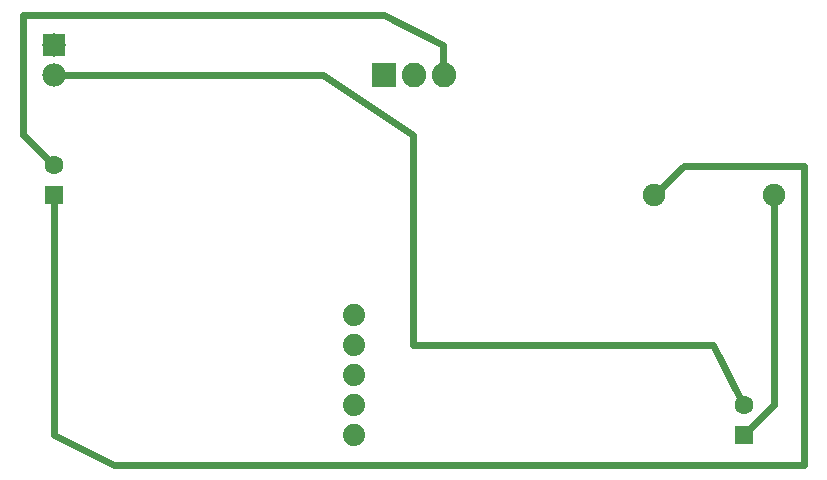
<source format=gtl>
G04 MADE WITH FRITZING*
G04 WWW.FRITZING.ORG*
G04 DOUBLE SIDED*
G04 HOLES PLATED*
G04 CONTOUR ON CENTER OF CONTOUR VECTOR*
%ASAXBY*%
%FSLAX23Y23*%
%MOIN*%
%OFA0B0*%
%SFA1.0B1.0*%
%ADD10C,0.082000*%
%ADD11C,0.078000*%
%ADD12C,0.062992*%
%ADD13C,0.074000*%
%ADD14C,0.075000*%
%ADD15R,0.082000X0.082000*%
%ADD16R,0.078000X0.078000*%
%ADD17R,0.062992X0.062992*%
%ADD18C,0.024000*%
%LNCOPPER1*%
G90*
G70*
G54D10*
X1297Y1415D03*
X1397Y1415D03*
X1497Y1415D03*
G54D11*
X197Y1515D03*
X197Y1415D03*
G54D12*
X2497Y216D03*
X2497Y315D03*
G54D13*
X1197Y515D03*
X1197Y415D03*
X1197Y315D03*
X1197Y215D03*
X1197Y615D03*
G54D14*
X2197Y1015D03*
X2597Y1015D03*
G54D12*
X197Y1016D03*
X197Y1115D03*
G54D15*
X1297Y1415D03*
G54D16*
X197Y1515D03*
G54D17*
X2497Y216D03*
X197Y1016D03*
G54D18*
X2597Y314D02*
X2516Y235D01*
D02*
X2597Y986D02*
X2597Y314D01*
D02*
X1598Y514D02*
X1396Y514D01*
D02*
X1896Y514D02*
X1598Y514D01*
D02*
X2484Y339D02*
X2395Y514D01*
D02*
X2395Y514D02*
X1896Y514D01*
D02*
X1095Y1415D02*
X227Y1415D01*
D02*
X1396Y1214D02*
X1095Y1415D01*
D02*
X1396Y514D02*
X1396Y1214D01*
D02*
X1297Y1614D02*
X1496Y1515D01*
D02*
X96Y1214D02*
X96Y1614D01*
D02*
X1496Y1515D02*
X1496Y1447D01*
D02*
X96Y1614D02*
X1297Y1614D01*
D02*
X177Y1134D02*
X96Y1214D01*
D02*
X2298Y1113D02*
X2217Y1035D01*
D02*
X398Y115D02*
X2697Y115D01*
D02*
X2697Y115D02*
X2697Y1113D01*
D02*
X197Y215D02*
X398Y115D01*
D02*
X197Y989D02*
X197Y215D01*
D02*
X2697Y1113D02*
X2298Y1113D01*
G04 End of Copper1*
M02*
</source>
